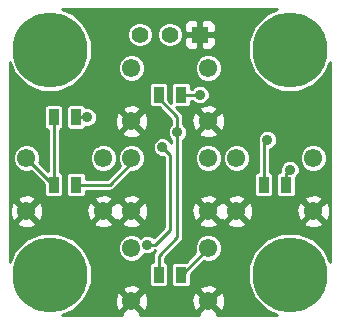
<source format=gbl>
G04 (created by PCBNEW (2013-05-31 BZR 4019)-stable) date 7/9/2014 9:45:12 PM*
%MOIN*%
G04 Gerber Fmt 3.4, Leading zero omitted, Abs format*
%FSLAX34Y34*%
G01*
G70*
G90*
G04 APERTURE LIST*
%ADD10C,0.00590551*%
%ADD11C,0.061*%
%ADD12R,0.035X0.055*%
%ADD13R,0.055X0.055*%
%ADD14C,0.055*%
%ADD15C,0.25*%
%ADD16C,0.035*%
%ADD17C,0.01*%
G04 APERTURE END LIST*
G54D10*
G54D11*
X62720Y-51386D03*
X62720Y-49614D03*
X65280Y-51386D03*
X65280Y-49614D03*
X59220Y-48386D03*
X59220Y-46614D03*
X61780Y-48386D03*
X61780Y-46614D03*
X59220Y-54386D03*
X59220Y-52614D03*
X61780Y-54386D03*
X61780Y-52614D03*
X55720Y-51386D03*
X55720Y-49614D03*
X58280Y-51386D03*
X58280Y-49614D03*
X59220Y-51386D03*
X59220Y-49614D03*
X61780Y-51386D03*
X61780Y-49614D03*
G54D12*
X56625Y-50500D03*
X57375Y-50500D03*
X60875Y-47500D03*
X60125Y-47500D03*
X57375Y-48250D03*
X56625Y-48250D03*
X60125Y-53500D03*
X60875Y-53500D03*
X63625Y-50500D03*
X64375Y-50500D03*
G54D13*
X61500Y-45500D03*
G54D14*
X60500Y-45500D03*
X59500Y-45500D03*
G54D15*
X64500Y-53500D03*
X56500Y-53500D03*
X64500Y-46000D03*
X56500Y-46000D03*
G54D16*
X61500Y-47500D03*
X64500Y-50000D03*
X63750Y-49000D03*
X57750Y-48250D03*
X60250Y-49250D03*
X59750Y-52500D03*
X60750Y-48750D03*
G54D17*
X60875Y-47500D02*
X61500Y-47500D01*
X64375Y-50500D02*
X64375Y-50125D01*
X64375Y-50125D02*
X64500Y-50000D01*
X63625Y-50500D02*
X63625Y-49125D01*
X63625Y-49125D02*
X63750Y-49000D01*
X56625Y-50500D02*
X56606Y-50500D01*
X56606Y-50500D02*
X55720Y-49614D01*
X56625Y-50500D02*
X56625Y-48250D01*
X60250Y-49250D02*
X60500Y-49500D01*
X60000Y-52500D02*
X59750Y-52500D01*
X60500Y-52000D02*
X60000Y-52500D01*
X60500Y-49500D02*
X60500Y-52000D01*
X57750Y-48250D02*
X57375Y-48250D01*
X60875Y-53500D02*
X60894Y-53500D01*
X60894Y-53500D02*
X61780Y-52614D01*
X60750Y-49250D02*
X60750Y-48750D01*
X60125Y-47500D02*
X60125Y-47625D01*
X60125Y-52875D02*
X60125Y-53500D01*
X60750Y-52250D02*
X60125Y-52875D01*
X60750Y-48250D02*
X60750Y-49250D01*
X60750Y-49250D02*
X60750Y-52250D01*
X60125Y-47625D02*
X60750Y-48250D01*
X57375Y-50500D02*
X58500Y-50500D01*
X59220Y-49780D02*
X59220Y-49614D01*
X58500Y-50500D02*
X59220Y-49780D01*
G54D10*
G36*
X65840Y-53078D02*
X65839Y-53076D01*
X65839Y-51468D01*
X65828Y-51248D01*
X65765Y-51095D01*
X65735Y-51086D01*
X65735Y-49523D01*
X65665Y-49356D01*
X65538Y-49228D01*
X65370Y-49159D01*
X65189Y-49158D01*
X65022Y-49228D01*
X64894Y-49355D01*
X64825Y-49523D01*
X64824Y-49704D01*
X64894Y-49871D01*
X65021Y-49999D01*
X65189Y-50068D01*
X65370Y-50069D01*
X65537Y-49999D01*
X65665Y-49872D01*
X65734Y-49704D01*
X65735Y-49523D01*
X65735Y-51086D01*
X65669Y-51067D01*
X65598Y-51137D01*
X65598Y-50996D01*
X65570Y-50900D01*
X65362Y-50826D01*
X65142Y-50837D01*
X64989Y-50900D01*
X64961Y-50996D01*
X65280Y-51315D01*
X65598Y-50996D01*
X65598Y-51137D01*
X65350Y-51386D01*
X65669Y-51704D01*
X65765Y-51676D01*
X65839Y-51468D01*
X65839Y-53076D01*
X65687Y-52707D01*
X65598Y-52619D01*
X65598Y-51775D01*
X65280Y-51456D01*
X65209Y-51527D01*
X65209Y-51386D01*
X64890Y-51067D01*
X64825Y-51086D01*
X64825Y-49935D01*
X64775Y-49816D01*
X64684Y-49724D01*
X64564Y-49675D01*
X64435Y-49674D01*
X64316Y-49724D01*
X64224Y-49815D01*
X64175Y-49935D01*
X64174Y-50064D01*
X64179Y-50074D01*
X64170Y-50074D01*
X64115Y-50097D01*
X64075Y-50137D01*
X64075Y-48935D01*
X64025Y-48816D01*
X63934Y-48724D01*
X63814Y-48675D01*
X63685Y-48674D01*
X63566Y-48724D01*
X63474Y-48815D01*
X63425Y-48935D01*
X63424Y-49064D01*
X63433Y-49084D01*
X63425Y-49125D01*
X63425Y-50074D01*
X63420Y-50074D01*
X63365Y-50097D01*
X63322Y-50139D01*
X63300Y-50195D01*
X63299Y-50254D01*
X63299Y-50804D01*
X63322Y-50859D01*
X63364Y-50902D01*
X63420Y-50924D01*
X63479Y-50925D01*
X63829Y-50925D01*
X63884Y-50902D01*
X63927Y-50860D01*
X63949Y-50804D01*
X63950Y-50745D01*
X63950Y-50195D01*
X63927Y-50140D01*
X63885Y-50097D01*
X63829Y-50075D01*
X63825Y-50075D01*
X63825Y-49320D01*
X63933Y-49275D01*
X64025Y-49184D01*
X64074Y-49064D01*
X64075Y-48935D01*
X64075Y-50137D01*
X64072Y-50139D01*
X64050Y-50195D01*
X64049Y-50254D01*
X64049Y-50804D01*
X64072Y-50859D01*
X64114Y-50902D01*
X64170Y-50924D01*
X64229Y-50925D01*
X64579Y-50925D01*
X64634Y-50902D01*
X64677Y-50860D01*
X64699Y-50804D01*
X64700Y-50745D01*
X64700Y-50259D01*
X64775Y-50184D01*
X64824Y-50064D01*
X64825Y-49935D01*
X64825Y-51086D01*
X64794Y-51095D01*
X64720Y-51303D01*
X64731Y-51523D01*
X64794Y-51676D01*
X64890Y-51704D01*
X65209Y-51386D01*
X65209Y-51527D01*
X64961Y-51775D01*
X64989Y-51871D01*
X65197Y-51945D01*
X65417Y-51934D01*
X65570Y-51871D01*
X65598Y-51775D01*
X65598Y-52619D01*
X65294Y-52313D01*
X64779Y-52100D01*
X64222Y-52099D01*
X63707Y-52312D01*
X63313Y-52705D01*
X63279Y-52787D01*
X63279Y-51468D01*
X63268Y-51248D01*
X63205Y-51095D01*
X63175Y-51086D01*
X63175Y-49523D01*
X63105Y-49356D01*
X62978Y-49228D01*
X62810Y-49159D01*
X62629Y-49158D01*
X62462Y-49228D01*
X62339Y-49350D01*
X62339Y-48468D01*
X62328Y-48248D01*
X62265Y-48095D01*
X62235Y-48086D01*
X62235Y-46523D01*
X62165Y-46356D01*
X62038Y-46228D01*
X62025Y-46223D01*
X62025Y-45725D01*
X62025Y-45274D01*
X62024Y-45175D01*
X61986Y-45083D01*
X61916Y-45012D01*
X61824Y-44974D01*
X61612Y-44975D01*
X61550Y-45037D01*
X61550Y-45450D01*
X61962Y-45450D01*
X62025Y-45387D01*
X62025Y-45274D01*
X62025Y-45725D01*
X62025Y-45612D01*
X61962Y-45550D01*
X61550Y-45550D01*
X61550Y-45962D01*
X61612Y-46025D01*
X61824Y-46025D01*
X61916Y-45987D01*
X61986Y-45916D01*
X62024Y-45824D01*
X62025Y-45725D01*
X62025Y-46223D01*
X61870Y-46159D01*
X61689Y-46158D01*
X61522Y-46228D01*
X61450Y-46300D01*
X61450Y-45962D01*
X61450Y-45550D01*
X61450Y-45450D01*
X61450Y-45037D01*
X61387Y-44975D01*
X61175Y-44974D01*
X61083Y-45012D01*
X61013Y-45083D01*
X60975Y-45175D01*
X60974Y-45274D01*
X60975Y-45387D01*
X61037Y-45450D01*
X61450Y-45450D01*
X61450Y-45550D01*
X61037Y-45550D01*
X60975Y-45612D01*
X60974Y-45725D01*
X60975Y-45824D01*
X61013Y-45916D01*
X61083Y-45987D01*
X61175Y-46025D01*
X61387Y-46025D01*
X61450Y-45962D01*
X61450Y-46300D01*
X61394Y-46355D01*
X61325Y-46523D01*
X61324Y-46704D01*
X61394Y-46871D01*
X61521Y-46999D01*
X61689Y-47068D01*
X61870Y-47069D01*
X62037Y-46999D01*
X62165Y-46872D01*
X62234Y-46704D01*
X62235Y-46523D01*
X62235Y-48086D01*
X62169Y-48067D01*
X62098Y-48137D01*
X62098Y-47996D01*
X62070Y-47900D01*
X61862Y-47826D01*
X61825Y-47828D01*
X61825Y-47435D01*
X61775Y-47316D01*
X61684Y-47224D01*
X61564Y-47175D01*
X61435Y-47174D01*
X61316Y-47224D01*
X61240Y-47300D01*
X61200Y-47300D01*
X61200Y-47195D01*
X61177Y-47140D01*
X61135Y-47097D01*
X61079Y-47075D01*
X61020Y-47074D01*
X60925Y-47074D01*
X60925Y-45415D01*
X60860Y-45259D01*
X60741Y-45139D01*
X60584Y-45075D01*
X60415Y-45074D01*
X60259Y-45139D01*
X60139Y-45258D01*
X60075Y-45415D01*
X60074Y-45584D01*
X60139Y-45740D01*
X60258Y-45860D01*
X60415Y-45924D01*
X60584Y-45925D01*
X60740Y-45860D01*
X60860Y-45741D01*
X60924Y-45584D01*
X60925Y-45415D01*
X60925Y-47074D01*
X60670Y-47074D01*
X60615Y-47097D01*
X60572Y-47139D01*
X60550Y-47195D01*
X60549Y-47254D01*
X60549Y-47767D01*
X60450Y-47667D01*
X60450Y-47195D01*
X60427Y-47140D01*
X60385Y-47097D01*
X60329Y-47075D01*
X60270Y-47074D01*
X59925Y-47074D01*
X59925Y-45415D01*
X59860Y-45259D01*
X59741Y-45139D01*
X59584Y-45075D01*
X59415Y-45074D01*
X59259Y-45139D01*
X59139Y-45258D01*
X59075Y-45415D01*
X59074Y-45584D01*
X59139Y-45740D01*
X59258Y-45860D01*
X59415Y-45924D01*
X59584Y-45925D01*
X59740Y-45860D01*
X59860Y-45741D01*
X59924Y-45584D01*
X59925Y-45415D01*
X59925Y-47074D01*
X59920Y-47074D01*
X59865Y-47097D01*
X59822Y-47139D01*
X59800Y-47195D01*
X59799Y-47254D01*
X59799Y-47804D01*
X59822Y-47859D01*
X59864Y-47902D01*
X59920Y-47924D01*
X59979Y-47925D01*
X60142Y-47925D01*
X60550Y-48332D01*
X60550Y-48490D01*
X60474Y-48565D01*
X60425Y-48685D01*
X60424Y-48814D01*
X60474Y-48933D01*
X60550Y-49009D01*
X60550Y-49124D01*
X60525Y-49066D01*
X60434Y-48974D01*
X60314Y-48925D01*
X60185Y-48924D01*
X60066Y-48974D01*
X59974Y-49065D01*
X59925Y-49185D01*
X59924Y-49314D01*
X59974Y-49433D01*
X60065Y-49525D01*
X60185Y-49574D01*
X60292Y-49575D01*
X60300Y-49582D01*
X60300Y-51917D01*
X59963Y-52253D01*
X59934Y-52224D01*
X59814Y-52175D01*
X59779Y-52175D01*
X59779Y-51468D01*
X59779Y-48468D01*
X59768Y-48248D01*
X59705Y-48095D01*
X59675Y-48086D01*
X59675Y-46523D01*
X59605Y-46356D01*
X59478Y-46228D01*
X59310Y-46159D01*
X59129Y-46158D01*
X58962Y-46228D01*
X58834Y-46355D01*
X58765Y-46523D01*
X58764Y-46704D01*
X58834Y-46871D01*
X58961Y-46999D01*
X59129Y-47068D01*
X59310Y-47069D01*
X59477Y-46999D01*
X59605Y-46872D01*
X59674Y-46704D01*
X59675Y-46523D01*
X59675Y-48086D01*
X59609Y-48067D01*
X59538Y-48137D01*
X59538Y-47996D01*
X59510Y-47900D01*
X59302Y-47826D01*
X59082Y-47837D01*
X58929Y-47900D01*
X58901Y-47996D01*
X59220Y-48315D01*
X59538Y-47996D01*
X59538Y-48137D01*
X59290Y-48386D01*
X59609Y-48704D01*
X59705Y-48676D01*
X59779Y-48468D01*
X59779Y-51468D01*
X59768Y-51248D01*
X59705Y-51095D01*
X59675Y-51086D01*
X59675Y-49523D01*
X59605Y-49356D01*
X59538Y-49289D01*
X59538Y-48775D01*
X59220Y-48456D01*
X59149Y-48527D01*
X59149Y-48386D01*
X58830Y-48067D01*
X58734Y-48095D01*
X58660Y-48303D01*
X58671Y-48523D01*
X58734Y-48676D01*
X58830Y-48704D01*
X59149Y-48386D01*
X59149Y-48527D01*
X58901Y-48775D01*
X58929Y-48871D01*
X59137Y-48945D01*
X59357Y-48934D01*
X59510Y-48871D01*
X59538Y-48775D01*
X59538Y-49289D01*
X59478Y-49228D01*
X59310Y-49159D01*
X59129Y-49158D01*
X58962Y-49228D01*
X58834Y-49355D01*
X58765Y-49523D01*
X58764Y-49704D01*
X58834Y-49871D01*
X58839Y-49877D01*
X58735Y-49982D01*
X58735Y-49523D01*
X58665Y-49356D01*
X58538Y-49228D01*
X58370Y-49159D01*
X58189Y-49158D01*
X58075Y-49206D01*
X58075Y-48185D01*
X58025Y-48066D01*
X57934Y-47974D01*
X57814Y-47925D01*
X57691Y-47924D01*
X57677Y-47890D01*
X57635Y-47847D01*
X57579Y-47825D01*
X57520Y-47824D01*
X57170Y-47824D01*
X57115Y-47847D01*
X57072Y-47889D01*
X57050Y-47945D01*
X57049Y-48004D01*
X57049Y-48554D01*
X57072Y-48609D01*
X57114Y-48652D01*
X57170Y-48674D01*
X57229Y-48675D01*
X57579Y-48675D01*
X57634Y-48652D01*
X57677Y-48610D01*
X57691Y-48574D01*
X57814Y-48575D01*
X57933Y-48525D01*
X58025Y-48434D01*
X58074Y-48314D01*
X58075Y-48185D01*
X58075Y-49206D01*
X58022Y-49228D01*
X57894Y-49355D01*
X57825Y-49523D01*
X57824Y-49704D01*
X57894Y-49871D01*
X58021Y-49999D01*
X58189Y-50068D01*
X58370Y-50069D01*
X58537Y-49999D01*
X58665Y-49872D01*
X58734Y-49704D01*
X58735Y-49523D01*
X58735Y-49982D01*
X58417Y-50300D01*
X57700Y-50300D01*
X57700Y-50195D01*
X57677Y-50140D01*
X57635Y-50097D01*
X57579Y-50075D01*
X57520Y-50074D01*
X57170Y-50074D01*
X57115Y-50097D01*
X57072Y-50139D01*
X57050Y-50195D01*
X57049Y-50254D01*
X57049Y-50804D01*
X57072Y-50859D01*
X57114Y-50902D01*
X57170Y-50924D01*
X57229Y-50925D01*
X57579Y-50925D01*
X57634Y-50902D01*
X57677Y-50860D01*
X57699Y-50804D01*
X57700Y-50745D01*
X57700Y-50700D01*
X58500Y-50700D01*
X58576Y-50684D01*
X58641Y-50641D01*
X59213Y-50068D01*
X59310Y-50069D01*
X59477Y-49999D01*
X59605Y-49872D01*
X59674Y-49704D01*
X59675Y-49523D01*
X59675Y-51086D01*
X59609Y-51067D01*
X59538Y-51137D01*
X59538Y-50996D01*
X59510Y-50900D01*
X59302Y-50826D01*
X59082Y-50837D01*
X58929Y-50900D01*
X58901Y-50996D01*
X59220Y-51315D01*
X59538Y-50996D01*
X59538Y-51137D01*
X59290Y-51386D01*
X59609Y-51704D01*
X59705Y-51676D01*
X59779Y-51468D01*
X59779Y-52175D01*
X59685Y-52174D01*
X59566Y-52224D01*
X59538Y-52251D01*
X59538Y-51775D01*
X59220Y-51456D01*
X59149Y-51527D01*
X59149Y-51386D01*
X58830Y-51067D01*
X58750Y-51090D01*
X58669Y-51067D01*
X58598Y-51137D01*
X58598Y-50996D01*
X58570Y-50900D01*
X58362Y-50826D01*
X58142Y-50837D01*
X57989Y-50900D01*
X57961Y-50996D01*
X58280Y-51315D01*
X58598Y-50996D01*
X58598Y-51137D01*
X58350Y-51386D01*
X58669Y-51704D01*
X58750Y-51681D01*
X58830Y-51704D01*
X59149Y-51386D01*
X59149Y-51527D01*
X58901Y-51775D01*
X58929Y-51871D01*
X59137Y-51945D01*
X59357Y-51934D01*
X59510Y-51871D01*
X59538Y-51775D01*
X59538Y-52251D01*
X59519Y-52270D01*
X59478Y-52228D01*
X59310Y-52159D01*
X59129Y-52158D01*
X58962Y-52228D01*
X58834Y-52355D01*
X58765Y-52523D01*
X58764Y-52704D01*
X58834Y-52871D01*
X58961Y-52999D01*
X59129Y-53068D01*
X59310Y-53069D01*
X59477Y-52999D01*
X59605Y-52872D01*
X59633Y-52803D01*
X59685Y-52824D01*
X59814Y-52825D01*
X59933Y-52775D01*
X60012Y-52697D01*
X60021Y-52695D01*
X59983Y-52733D01*
X59940Y-52798D01*
X59925Y-52875D01*
X59925Y-53074D01*
X59920Y-53074D01*
X59865Y-53097D01*
X59822Y-53139D01*
X59800Y-53195D01*
X59799Y-53254D01*
X59799Y-53804D01*
X59822Y-53859D01*
X59864Y-53902D01*
X59920Y-53924D01*
X59979Y-53925D01*
X60329Y-53925D01*
X60384Y-53902D01*
X60427Y-53860D01*
X60449Y-53804D01*
X60450Y-53745D01*
X60450Y-53195D01*
X60427Y-53140D01*
X60385Y-53097D01*
X60329Y-53075D01*
X60325Y-53075D01*
X60325Y-52957D01*
X60891Y-52391D01*
X60934Y-52326D01*
X60950Y-52250D01*
X60950Y-49250D01*
X60950Y-49009D01*
X61025Y-48934D01*
X61074Y-48814D01*
X61075Y-48685D01*
X61025Y-48566D01*
X60950Y-48490D01*
X60950Y-48250D01*
X60934Y-48173D01*
X60891Y-48108D01*
X60707Y-47925D01*
X60729Y-47925D01*
X61079Y-47925D01*
X61134Y-47902D01*
X61177Y-47860D01*
X61199Y-47804D01*
X61200Y-47745D01*
X61200Y-47700D01*
X61240Y-47700D01*
X61315Y-47775D01*
X61435Y-47824D01*
X61564Y-47825D01*
X61683Y-47775D01*
X61775Y-47684D01*
X61824Y-47564D01*
X61825Y-47435D01*
X61825Y-47828D01*
X61642Y-47837D01*
X61489Y-47900D01*
X61461Y-47996D01*
X61780Y-48315D01*
X62098Y-47996D01*
X62098Y-48137D01*
X61850Y-48386D01*
X62169Y-48704D01*
X62265Y-48676D01*
X62339Y-48468D01*
X62339Y-49350D01*
X62334Y-49355D01*
X62265Y-49523D01*
X62264Y-49704D01*
X62334Y-49871D01*
X62461Y-49999D01*
X62629Y-50068D01*
X62810Y-50069D01*
X62977Y-49999D01*
X63105Y-49872D01*
X63174Y-49704D01*
X63175Y-49523D01*
X63175Y-51086D01*
X63109Y-51067D01*
X63038Y-51137D01*
X63038Y-50996D01*
X63010Y-50900D01*
X62802Y-50826D01*
X62582Y-50837D01*
X62429Y-50900D01*
X62401Y-50996D01*
X62720Y-51315D01*
X63038Y-50996D01*
X63038Y-51137D01*
X62790Y-51386D01*
X63109Y-51704D01*
X63205Y-51676D01*
X63279Y-51468D01*
X63279Y-52787D01*
X63100Y-53220D01*
X63099Y-53777D01*
X63312Y-54292D01*
X63705Y-54686D01*
X64077Y-54840D01*
X63038Y-54840D01*
X63038Y-51775D01*
X62720Y-51456D01*
X62649Y-51527D01*
X62649Y-51386D01*
X62330Y-51067D01*
X62250Y-51090D01*
X62235Y-51086D01*
X62235Y-49523D01*
X62165Y-49356D01*
X62098Y-49289D01*
X62098Y-48775D01*
X61780Y-48456D01*
X61709Y-48527D01*
X61709Y-48386D01*
X61390Y-48067D01*
X61294Y-48095D01*
X61220Y-48303D01*
X61231Y-48523D01*
X61294Y-48676D01*
X61390Y-48704D01*
X61709Y-48386D01*
X61709Y-48527D01*
X61461Y-48775D01*
X61489Y-48871D01*
X61697Y-48945D01*
X61917Y-48934D01*
X62070Y-48871D01*
X62098Y-48775D01*
X62098Y-49289D01*
X62038Y-49228D01*
X61870Y-49159D01*
X61689Y-49158D01*
X61522Y-49228D01*
X61394Y-49355D01*
X61325Y-49523D01*
X61324Y-49704D01*
X61394Y-49871D01*
X61521Y-49999D01*
X61689Y-50068D01*
X61870Y-50069D01*
X62037Y-49999D01*
X62165Y-49872D01*
X62234Y-49704D01*
X62235Y-49523D01*
X62235Y-51086D01*
X62169Y-51067D01*
X62098Y-51137D01*
X62098Y-50996D01*
X62070Y-50900D01*
X61862Y-50826D01*
X61642Y-50837D01*
X61489Y-50900D01*
X61461Y-50996D01*
X61780Y-51315D01*
X62098Y-50996D01*
X62098Y-51137D01*
X61850Y-51386D01*
X62169Y-51704D01*
X62250Y-51681D01*
X62330Y-51704D01*
X62649Y-51386D01*
X62649Y-51527D01*
X62401Y-51775D01*
X62429Y-51871D01*
X62637Y-51945D01*
X62857Y-51934D01*
X63010Y-51871D01*
X63038Y-51775D01*
X63038Y-54840D01*
X62339Y-54840D01*
X62339Y-54468D01*
X62328Y-54248D01*
X62265Y-54095D01*
X62235Y-54086D01*
X62235Y-52523D01*
X62165Y-52356D01*
X62098Y-52289D01*
X62098Y-51775D01*
X61780Y-51456D01*
X61709Y-51527D01*
X61709Y-51386D01*
X61390Y-51067D01*
X61294Y-51095D01*
X61220Y-51303D01*
X61231Y-51523D01*
X61294Y-51676D01*
X61390Y-51704D01*
X61709Y-51386D01*
X61709Y-51527D01*
X61461Y-51775D01*
X61489Y-51871D01*
X61697Y-51945D01*
X61917Y-51934D01*
X62070Y-51871D01*
X62098Y-51775D01*
X62098Y-52289D01*
X62038Y-52228D01*
X61870Y-52159D01*
X61689Y-52158D01*
X61522Y-52228D01*
X61394Y-52355D01*
X61325Y-52523D01*
X61324Y-52704D01*
X61348Y-52762D01*
X61036Y-53074D01*
X61020Y-53074D01*
X60670Y-53074D01*
X60615Y-53097D01*
X60572Y-53139D01*
X60550Y-53195D01*
X60549Y-53254D01*
X60549Y-53804D01*
X60572Y-53859D01*
X60614Y-53902D01*
X60670Y-53924D01*
X60729Y-53925D01*
X61079Y-53925D01*
X61134Y-53902D01*
X61177Y-53860D01*
X61199Y-53804D01*
X61200Y-53745D01*
X61200Y-53476D01*
X61631Y-53045D01*
X61689Y-53068D01*
X61870Y-53069D01*
X62037Y-52999D01*
X62165Y-52872D01*
X62234Y-52704D01*
X62235Y-52523D01*
X62235Y-54086D01*
X62169Y-54067D01*
X62098Y-54137D01*
X62098Y-53996D01*
X62070Y-53900D01*
X61862Y-53826D01*
X61642Y-53837D01*
X61489Y-53900D01*
X61461Y-53996D01*
X61780Y-54315D01*
X62098Y-53996D01*
X62098Y-54137D01*
X61850Y-54386D01*
X62169Y-54704D01*
X62265Y-54676D01*
X62339Y-54468D01*
X62339Y-54840D01*
X62079Y-54840D01*
X62098Y-54775D01*
X61780Y-54456D01*
X61709Y-54527D01*
X61709Y-54386D01*
X61390Y-54067D01*
X61294Y-54095D01*
X61220Y-54303D01*
X61231Y-54523D01*
X61294Y-54676D01*
X61390Y-54704D01*
X61709Y-54386D01*
X61709Y-54527D01*
X61461Y-54775D01*
X61480Y-54840D01*
X59779Y-54840D01*
X59779Y-54468D01*
X59768Y-54248D01*
X59705Y-54095D01*
X59609Y-54067D01*
X59538Y-54137D01*
X59538Y-53996D01*
X59510Y-53900D01*
X59302Y-53826D01*
X59082Y-53837D01*
X58929Y-53900D01*
X58901Y-53996D01*
X59220Y-54315D01*
X59538Y-53996D01*
X59538Y-54137D01*
X59290Y-54386D01*
X59609Y-54704D01*
X59705Y-54676D01*
X59779Y-54468D01*
X59779Y-54840D01*
X59519Y-54840D01*
X59538Y-54775D01*
X59220Y-54456D01*
X59149Y-54527D01*
X59149Y-54386D01*
X58830Y-54067D01*
X58734Y-54095D01*
X58660Y-54303D01*
X58671Y-54523D01*
X58734Y-54676D01*
X58830Y-54704D01*
X59149Y-54386D01*
X59149Y-54527D01*
X58901Y-54775D01*
X58920Y-54840D01*
X58598Y-54840D01*
X58598Y-51775D01*
X58280Y-51456D01*
X58209Y-51527D01*
X58209Y-51386D01*
X57890Y-51067D01*
X57794Y-51095D01*
X57720Y-51303D01*
X57731Y-51523D01*
X57794Y-51676D01*
X57890Y-51704D01*
X58209Y-51386D01*
X58209Y-51527D01*
X57961Y-51775D01*
X57989Y-51871D01*
X58197Y-51945D01*
X58417Y-51934D01*
X58570Y-51871D01*
X58598Y-51775D01*
X58598Y-54840D01*
X56921Y-54840D01*
X57292Y-54687D01*
X57686Y-54294D01*
X57899Y-53779D01*
X57900Y-53222D01*
X57687Y-52707D01*
X57294Y-52313D01*
X56950Y-52170D01*
X56950Y-50745D01*
X56950Y-50195D01*
X56927Y-50140D01*
X56885Y-50097D01*
X56829Y-50075D01*
X56825Y-50075D01*
X56825Y-48675D01*
X56829Y-48675D01*
X56884Y-48652D01*
X56927Y-48610D01*
X56949Y-48554D01*
X56950Y-48495D01*
X56950Y-47945D01*
X56927Y-47890D01*
X56885Y-47847D01*
X56829Y-47825D01*
X56770Y-47824D01*
X56420Y-47824D01*
X56365Y-47847D01*
X56322Y-47889D01*
X56300Y-47945D01*
X56299Y-48004D01*
X56299Y-48554D01*
X56322Y-48609D01*
X56364Y-48652D01*
X56420Y-48674D01*
X56425Y-48674D01*
X56425Y-50036D01*
X56151Y-49762D01*
X56174Y-49704D01*
X56175Y-49523D01*
X56105Y-49356D01*
X55978Y-49228D01*
X55810Y-49159D01*
X55629Y-49158D01*
X55462Y-49228D01*
X55334Y-49355D01*
X55265Y-49523D01*
X55264Y-49704D01*
X55334Y-49871D01*
X55461Y-49999D01*
X55629Y-50068D01*
X55810Y-50069D01*
X55868Y-50045D01*
X56299Y-50476D01*
X56299Y-50804D01*
X56322Y-50859D01*
X56364Y-50902D01*
X56420Y-50924D01*
X56479Y-50925D01*
X56829Y-50925D01*
X56884Y-50902D01*
X56927Y-50860D01*
X56949Y-50804D01*
X56950Y-50745D01*
X56950Y-52170D01*
X56779Y-52100D01*
X56279Y-52099D01*
X56279Y-51468D01*
X56268Y-51248D01*
X56205Y-51095D01*
X56109Y-51067D01*
X56038Y-51137D01*
X56038Y-50996D01*
X56010Y-50900D01*
X55802Y-50826D01*
X55582Y-50837D01*
X55429Y-50900D01*
X55401Y-50996D01*
X55720Y-51315D01*
X56038Y-50996D01*
X56038Y-51137D01*
X55790Y-51386D01*
X56109Y-51704D01*
X56205Y-51676D01*
X56279Y-51468D01*
X56279Y-52099D01*
X56222Y-52099D01*
X56038Y-52175D01*
X56038Y-51775D01*
X55720Y-51456D01*
X55649Y-51527D01*
X55649Y-51386D01*
X55330Y-51067D01*
X55234Y-51095D01*
X55160Y-51303D01*
X55171Y-51523D01*
X55234Y-51676D01*
X55330Y-51704D01*
X55649Y-51386D01*
X55649Y-51527D01*
X55401Y-51775D01*
X55429Y-51871D01*
X55637Y-51945D01*
X55857Y-51934D01*
X56010Y-51871D01*
X56038Y-51775D01*
X56038Y-52175D01*
X55707Y-52312D01*
X55313Y-52705D01*
X55159Y-53077D01*
X55159Y-46421D01*
X55312Y-46792D01*
X55705Y-47186D01*
X56220Y-47399D01*
X56777Y-47400D01*
X57292Y-47187D01*
X57686Y-46794D01*
X57899Y-46279D01*
X57900Y-45722D01*
X57687Y-45207D01*
X57294Y-44813D01*
X56922Y-44659D01*
X64078Y-44659D01*
X63707Y-44812D01*
X63313Y-45205D01*
X63100Y-45720D01*
X63099Y-46277D01*
X63312Y-46792D01*
X63705Y-47186D01*
X64220Y-47399D01*
X64777Y-47400D01*
X65292Y-47187D01*
X65686Y-46794D01*
X65840Y-46422D01*
X65840Y-53078D01*
X65840Y-53078D01*
G37*
G54D17*
X65840Y-53078D02*
X65839Y-53076D01*
X65839Y-51468D01*
X65828Y-51248D01*
X65765Y-51095D01*
X65735Y-51086D01*
X65735Y-49523D01*
X65665Y-49356D01*
X65538Y-49228D01*
X65370Y-49159D01*
X65189Y-49158D01*
X65022Y-49228D01*
X64894Y-49355D01*
X64825Y-49523D01*
X64824Y-49704D01*
X64894Y-49871D01*
X65021Y-49999D01*
X65189Y-50068D01*
X65370Y-50069D01*
X65537Y-49999D01*
X65665Y-49872D01*
X65734Y-49704D01*
X65735Y-49523D01*
X65735Y-51086D01*
X65669Y-51067D01*
X65598Y-51137D01*
X65598Y-50996D01*
X65570Y-50900D01*
X65362Y-50826D01*
X65142Y-50837D01*
X64989Y-50900D01*
X64961Y-50996D01*
X65280Y-51315D01*
X65598Y-50996D01*
X65598Y-51137D01*
X65350Y-51386D01*
X65669Y-51704D01*
X65765Y-51676D01*
X65839Y-51468D01*
X65839Y-53076D01*
X65687Y-52707D01*
X65598Y-52619D01*
X65598Y-51775D01*
X65280Y-51456D01*
X65209Y-51527D01*
X65209Y-51386D01*
X64890Y-51067D01*
X64825Y-51086D01*
X64825Y-49935D01*
X64775Y-49816D01*
X64684Y-49724D01*
X64564Y-49675D01*
X64435Y-49674D01*
X64316Y-49724D01*
X64224Y-49815D01*
X64175Y-49935D01*
X64174Y-50064D01*
X64179Y-50074D01*
X64170Y-50074D01*
X64115Y-50097D01*
X64075Y-50137D01*
X64075Y-48935D01*
X64025Y-48816D01*
X63934Y-48724D01*
X63814Y-48675D01*
X63685Y-48674D01*
X63566Y-48724D01*
X63474Y-48815D01*
X63425Y-48935D01*
X63424Y-49064D01*
X63433Y-49084D01*
X63425Y-49125D01*
X63425Y-50074D01*
X63420Y-50074D01*
X63365Y-50097D01*
X63322Y-50139D01*
X63300Y-50195D01*
X63299Y-50254D01*
X63299Y-50804D01*
X63322Y-50859D01*
X63364Y-50902D01*
X63420Y-50924D01*
X63479Y-50925D01*
X63829Y-50925D01*
X63884Y-50902D01*
X63927Y-50860D01*
X63949Y-50804D01*
X63950Y-50745D01*
X63950Y-50195D01*
X63927Y-50140D01*
X63885Y-50097D01*
X63829Y-50075D01*
X63825Y-50075D01*
X63825Y-49320D01*
X63933Y-49275D01*
X64025Y-49184D01*
X64074Y-49064D01*
X64075Y-48935D01*
X64075Y-50137D01*
X64072Y-50139D01*
X64050Y-50195D01*
X64049Y-50254D01*
X64049Y-50804D01*
X64072Y-50859D01*
X64114Y-50902D01*
X64170Y-50924D01*
X64229Y-50925D01*
X64579Y-50925D01*
X64634Y-50902D01*
X64677Y-50860D01*
X64699Y-50804D01*
X64700Y-50745D01*
X64700Y-50259D01*
X64775Y-50184D01*
X64824Y-50064D01*
X64825Y-49935D01*
X64825Y-51086D01*
X64794Y-51095D01*
X64720Y-51303D01*
X64731Y-51523D01*
X64794Y-51676D01*
X64890Y-51704D01*
X65209Y-51386D01*
X65209Y-51527D01*
X64961Y-51775D01*
X64989Y-51871D01*
X65197Y-51945D01*
X65417Y-51934D01*
X65570Y-51871D01*
X65598Y-51775D01*
X65598Y-52619D01*
X65294Y-52313D01*
X64779Y-52100D01*
X64222Y-52099D01*
X63707Y-52312D01*
X63313Y-52705D01*
X63279Y-52787D01*
X63279Y-51468D01*
X63268Y-51248D01*
X63205Y-51095D01*
X63175Y-51086D01*
X63175Y-49523D01*
X63105Y-49356D01*
X62978Y-49228D01*
X62810Y-49159D01*
X62629Y-49158D01*
X62462Y-49228D01*
X62339Y-49350D01*
X62339Y-48468D01*
X62328Y-48248D01*
X62265Y-48095D01*
X62235Y-48086D01*
X62235Y-46523D01*
X62165Y-46356D01*
X62038Y-46228D01*
X62025Y-46223D01*
X62025Y-45725D01*
X62025Y-45274D01*
X62024Y-45175D01*
X61986Y-45083D01*
X61916Y-45012D01*
X61824Y-44974D01*
X61612Y-44975D01*
X61550Y-45037D01*
X61550Y-45450D01*
X61962Y-45450D01*
X62025Y-45387D01*
X62025Y-45274D01*
X62025Y-45725D01*
X62025Y-45612D01*
X61962Y-45550D01*
X61550Y-45550D01*
X61550Y-45962D01*
X61612Y-46025D01*
X61824Y-46025D01*
X61916Y-45987D01*
X61986Y-45916D01*
X62024Y-45824D01*
X62025Y-45725D01*
X62025Y-46223D01*
X61870Y-46159D01*
X61689Y-46158D01*
X61522Y-46228D01*
X61450Y-46300D01*
X61450Y-45962D01*
X61450Y-45550D01*
X61450Y-45450D01*
X61450Y-45037D01*
X61387Y-44975D01*
X61175Y-44974D01*
X61083Y-45012D01*
X61013Y-45083D01*
X60975Y-45175D01*
X60974Y-45274D01*
X60975Y-45387D01*
X61037Y-45450D01*
X61450Y-45450D01*
X61450Y-45550D01*
X61037Y-45550D01*
X60975Y-45612D01*
X60974Y-45725D01*
X60975Y-45824D01*
X61013Y-45916D01*
X61083Y-45987D01*
X61175Y-46025D01*
X61387Y-46025D01*
X61450Y-45962D01*
X61450Y-46300D01*
X61394Y-46355D01*
X61325Y-46523D01*
X61324Y-46704D01*
X61394Y-46871D01*
X61521Y-46999D01*
X61689Y-47068D01*
X61870Y-47069D01*
X62037Y-46999D01*
X62165Y-46872D01*
X62234Y-46704D01*
X62235Y-46523D01*
X62235Y-48086D01*
X62169Y-48067D01*
X62098Y-48137D01*
X62098Y-47996D01*
X62070Y-47900D01*
X61862Y-47826D01*
X61825Y-47828D01*
X61825Y-47435D01*
X61775Y-47316D01*
X61684Y-47224D01*
X61564Y-47175D01*
X61435Y-47174D01*
X61316Y-47224D01*
X61240Y-47300D01*
X61200Y-47300D01*
X61200Y-47195D01*
X61177Y-47140D01*
X61135Y-47097D01*
X61079Y-47075D01*
X61020Y-47074D01*
X60925Y-47074D01*
X60925Y-45415D01*
X60860Y-45259D01*
X60741Y-45139D01*
X60584Y-45075D01*
X60415Y-45074D01*
X60259Y-45139D01*
X60139Y-45258D01*
X60075Y-45415D01*
X60074Y-45584D01*
X60139Y-45740D01*
X60258Y-45860D01*
X60415Y-45924D01*
X60584Y-45925D01*
X60740Y-45860D01*
X60860Y-45741D01*
X60924Y-45584D01*
X60925Y-45415D01*
X60925Y-47074D01*
X60670Y-47074D01*
X60615Y-47097D01*
X60572Y-47139D01*
X60550Y-47195D01*
X60549Y-47254D01*
X60549Y-47767D01*
X60450Y-47667D01*
X60450Y-47195D01*
X60427Y-47140D01*
X60385Y-47097D01*
X60329Y-47075D01*
X60270Y-47074D01*
X59925Y-47074D01*
X59925Y-45415D01*
X59860Y-45259D01*
X59741Y-45139D01*
X59584Y-45075D01*
X59415Y-45074D01*
X59259Y-45139D01*
X59139Y-45258D01*
X59075Y-45415D01*
X59074Y-45584D01*
X59139Y-45740D01*
X59258Y-45860D01*
X59415Y-45924D01*
X59584Y-45925D01*
X59740Y-45860D01*
X59860Y-45741D01*
X59924Y-45584D01*
X59925Y-45415D01*
X59925Y-47074D01*
X59920Y-47074D01*
X59865Y-47097D01*
X59822Y-47139D01*
X59800Y-47195D01*
X59799Y-47254D01*
X59799Y-47804D01*
X59822Y-47859D01*
X59864Y-47902D01*
X59920Y-47924D01*
X59979Y-47925D01*
X60142Y-47925D01*
X60550Y-48332D01*
X60550Y-48490D01*
X60474Y-48565D01*
X60425Y-48685D01*
X60424Y-48814D01*
X60474Y-48933D01*
X60550Y-49009D01*
X60550Y-49124D01*
X60525Y-49066D01*
X60434Y-48974D01*
X60314Y-48925D01*
X60185Y-48924D01*
X60066Y-48974D01*
X59974Y-49065D01*
X59925Y-49185D01*
X59924Y-49314D01*
X59974Y-49433D01*
X60065Y-49525D01*
X60185Y-49574D01*
X60292Y-49575D01*
X60300Y-49582D01*
X60300Y-51917D01*
X59963Y-52253D01*
X59934Y-52224D01*
X59814Y-52175D01*
X59779Y-52175D01*
X59779Y-51468D01*
X59779Y-48468D01*
X59768Y-48248D01*
X59705Y-48095D01*
X59675Y-48086D01*
X59675Y-46523D01*
X59605Y-46356D01*
X59478Y-46228D01*
X59310Y-46159D01*
X59129Y-46158D01*
X58962Y-46228D01*
X58834Y-46355D01*
X58765Y-46523D01*
X58764Y-46704D01*
X58834Y-46871D01*
X58961Y-46999D01*
X59129Y-47068D01*
X59310Y-47069D01*
X59477Y-46999D01*
X59605Y-46872D01*
X59674Y-46704D01*
X59675Y-46523D01*
X59675Y-48086D01*
X59609Y-48067D01*
X59538Y-48137D01*
X59538Y-47996D01*
X59510Y-47900D01*
X59302Y-47826D01*
X59082Y-47837D01*
X58929Y-47900D01*
X58901Y-47996D01*
X59220Y-48315D01*
X59538Y-47996D01*
X59538Y-48137D01*
X59290Y-48386D01*
X59609Y-48704D01*
X59705Y-48676D01*
X59779Y-48468D01*
X59779Y-51468D01*
X59768Y-51248D01*
X59705Y-51095D01*
X59675Y-51086D01*
X59675Y-49523D01*
X59605Y-49356D01*
X59538Y-49289D01*
X59538Y-48775D01*
X59220Y-48456D01*
X59149Y-48527D01*
X59149Y-48386D01*
X58830Y-48067D01*
X58734Y-48095D01*
X58660Y-48303D01*
X58671Y-48523D01*
X58734Y-48676D01*
X58830Y-48704D01*
X59149Y-48386D01*
X59149Y-48527D01*
X58901Y-48775D01*
X58929Y-48871D01*
X59137Y-48945D01*
X59357Y-48934D01*
X59510Y-48871D01*
X59538Y-48775D01*
X59538Y-49289D01*
X59478Y-49228D01*
X59310Y-49159D01*
X59129Y-49158D01*
X58962Y-49228D01*
X58834Y-49355D01*
X58765Y-49523D01*
X58764Y-49704D01*
X58834Y-49871D01*
X58839Y-49877D01*
X58735Y-49982D01*
X58735Y-49523D01*
X58665Y-49356D01*
X58538Y-49228D01*
X58370Y-49159D01*
X58189Y-49158D01*
X58075Y-49206D01*
X58075Y-48185D01*
X58025Y-48066D01*
X57934Y-47974D01*
X57814Y-47925D01*
X57691Y-47924D01*
X57677Y-47890D01*
X57635Y-47847D01*
X57579Y-47825D01*
X57520Y-47824D01*
X57170Y-47824D01*
X57115Y-47847D01*
X57072Y-47889D01*
X57050Y-47945D01*
X57049Y-48004D01*
X57049Y-48554D01*
X57072Y-48609D01*
X57114Y-48652D01*
X57170Y-48674D01*
X57229Y-48675D01*
X57579Y-48675D01*
X57634Y-48652D01*
X57677Y-48610D01*
X57691Y-48574D01*
X57814Y-48575D01*
X57933Y-48525D01*
X58025Y-48434D01*
X58074Y-48314D01*
X58075Y-48185D01*
X58075Y-49206D01*
X58022Y-49228D01*
X57894Y-49355D01*
X57825Y-49523D01*
X57824Y-49704D01*
X57894Y-49871D01*
X58021Y-49999D01*
X58189Y-50068D01*
X58370Y-50069D01*
X58537Y-49999D01*
X58665Y-49872D01*
X58734Y-49704D01*
X58735Y-49523D01*
X58735Y-49982D01*
X58417Y-50300D01*
X57700Y-50300D01*
X57700Y-50195D01*
X57677Y-50140D01*
X57635Y-50097D01*
X57579Y-50075D01*
X57520Y-50074D01*
X57170Y-50074D01*
X57115Y-50097D01*
X57072Y-50139D01*
X57050Y-50195D01*
X57049Y-50254D01*
X57049Y-50804D01*
X57072Y-50859D01*
X57114Y-50902D01*
X57170Y-50924D01*
X57229Y-50925D01*
X57579Y-50925D01*
X57634Y-50902D01*
X57677Y-50860D01*
X57699Y-50804D01*
X57700Y-50745D01*
X57700Y-50700D01*
X58500Y-50700D01*
X58576Y-50684D01*
X58641Y-50641D01*
X59213Y-50068D01*
X59310Y-50069D01*
X59477Y-49999D01*
X59605Y-49872D01*
X59674Y-49704D01*
X59675Y-49523D01*
X59675Y-51086D01*
X59609Y-51067D01*
X59538Y-51137D01*
X59538Y-50996D01*
X59510Y-50900D01*
X59302Y-50826D01*
X59082Y-50837D01*
X58929Y-50900D01*
X58901Y-50996D01*
X59220Y-51315D01*
X59538Y-50996D01*
X59538Y-51137D01*
X59290Y-51386D01*
X59609Y-51704D01*
X59705Y-51676D01*
X59779Y-51468D01*
X59779Y-52175D01*
X59685Y-52174D01*
X59566Y-52224D01*
X59538Y-52251D01*
X59538Y-51775D01*
X59220Y-51456D01*
X59149Y-51527D01*
X59149Y-51386D01*
X58830Y-51067D01*
X58750Y-51090D01*
X58669Y-51067D01*
X58598Y-51137D01*
X58598Y-50996D01*
X58570Y-50900D01*
X58362Y-50826D01*
X58142Y-50837D01*
X57989Y-50900D01*
X57961Y-50996D01*
X58280Y-51315D01*
X58598Y-50996D01*
X58598Y-51137D01*
X58350Y-51386D01*
X58669Y-51704D01*
X58750Y-51681D01*
X58830Y-51704D01*
X59149Y-51386D01*
X59149Y-51527D01*
X58901Y-51775D01*
X58929Y-51871D01*
X59137Y-51945D01*
X59357Y-51934D01*
X59510Y-51871D01*
X59538Y-51775D01*
X59538Y-52251D01*
X59519Y-52270D01*
X59478Y-52228D01*
X59310Y-52159D01*
X59129Y-52158D01*
X58962Y-52228D01*
X58834Y-52355D01*
X58765Y-52523D01*
X58764Y-52704D01*
X58834Y-52871D01*
X58961Y-52999D01*
X59129Y-53068D01*
X59310Y-53069D01*
X59477Y-52999D01*
X59605Y-52872D01*
X59633Y-52803D01*
X59685Y-52824D01*
X59814Y-52825D01*
X59933Y-52775D01*
X60012Y-52697D01*
X60021Y-52695D01*
X59983Y-52733D01*
X59940Y-52798D01*
X59925Y-52875D01*
X59925Y-53074D01*
X59920Y-53074D01*
X59865Y-53097D01*
X59822Y-53139D01*
X59800Y-53195D01*
X59799Y-53254D01*
X59799Y-53804D01*
X59822Y-53859D01*
X59864Y-53902D01*
X59920Y-53924D01*
X59979Y-53925D01*
X60329Y-53925D01*
X60384Y-53902D01*
X60427Y-53860D01*
X60449Y-53804D01*
X60450Y-53745D01*
X60450Y-53195D01*
X60427Y-53140D01*
X60385Y-53097D01*
X60329Y-53075D01*
X60325Y-53075D01*
X60325Y-52957D01*
X60891Y-52391D01*
X60934Y-52326D01*
X60950Y-52250D01*
X60950Y-49250D01*
X60950Y-49009D01*
X61025Y-48934D01*
X61074Y-48814D01*
X61075Y-48685D01*
X61025Y-48566D01*
X60950Y-48490D01*
X60950Y-48250D01*
X60934Y-48173D01*
X60891Y-48108D01*
X60707Y-47925D01*
X60729Y-47925D01*
X61079Y-47925D01*
X61134Y-47902D01*
X61177Y-47860D01*
X61199Y-47804D01*
X61200Y-47745D01*
X61200Y-47700D01*
X61240Y-47700D01*
X61315Y-47775D01*
X61435Y-47824D01*
X61564Y-47825D01*
X61683Y-47775D01*
X61775Y-47684D01*
X61824Y-47564D01*
X61825Y-47435D01*
X61825Y-47828D01*
X61642Y-47837D01*
X61489Y-47900D01*
X61461Y-47996D01*
X61780Y-48315D01*
X62098Y-47996D01*
X62098Y-48137D01*
X61850Y-48386D01*
X62169Y-48704D01*
X62265Y-48676D01*
X62339Y-48468D01*
X62339Y-49350D01*
X62334Y-49355D01*
X62265Y-49523D01*
X62264Y-49704D01*
X62334Y-49871D01*
X62461Y-49999D01*
X62629Y-50068D01*
X62810Y-50069D01*
X62977Y-49999D01*
X63105Y-49872D01*
X63174Y-49704D01*
X63175Y-49523D01*
X63175Y-51086D01*
X63109Y-51067D01*
X63038Y-51137D01*
X63038Y-50996D01*
X63010Y-50900D01*
X62802Y-50826D01*
X62582Y-50837D01*
X62429Y-50900D01*
X62401Y-50996D01*
X62720Y-51315D01*
X63038Y-50996D01*
X63038Y-51137D01*
X62790Y-51386D01*
X63109Y-51704D01*
X63205Y-51676D01*
X63279Y-51468D01*
X63279Y-52787D01*
X63100Y-53220D01*
X63099Y-53777D01*
X63312Y-54292D01*
X63705Y-54686D01*
X64077Y-54840D01*
X63038Y-54840D01*
X63038Y-51775D01*
X62720Y-51456D01*
X62649Y-51527D01*
X62649Y-51386D01*
X62330Y-51067D01*
X62250Y-51090D01*
X62235Y-51086D01*
X62235Y-49523D01*
X62165Y-49356D01*
X62098Y-49289D01*
X62098Y-48775D01*
X61780Y-48456D01*
X61709Y-48527D01*
X61709Y-48386D01*
X61390Y-48067D01*
X61294Y-48095D01*
X61220Y-48303D01*
X61231Y-48523D01*
X61294Y-48676D01*
X61390Y-48704D01*
X61709Y-48386D01*
X61709Y-48527D01*
X61461Y-48775D01*
X61489Y-48871D01*
X61697Y-48945D01*
X61917Y-48934D01*
X62070Y-48871D01*
X62098Y-48775D01*
X62098Y-49289D01*
X62038Y-49228D01*
X61870Y-49159D01*
X61689Y-49158D01*
X61522Y-49228D01*
X61394Y-49355D01*
X61325Y-49523D01*
X61324Y-49704D01*
X61394Y-49871D01*
X61521Y-49999D01*
X61689Y-50068D01*
X61870Y-50069D01*
X62037Y-49999D01*
X62165Y-49872D01*
X62234Y-49704D01*
X62235Y-49523D01*
X62235Y-51086D01*
X62169Y-51067D01*
X62098Y-51137D01*
X62098Y-50996D01*
X62070Y-50900D01*
X61862Y-50826D01*
X61642Y-50837D01*
X61489Y-50900D01*
X61461Y-50996D01*
X61780Y-51315D01*
X62098Y-50996D01*
X62098Y-51137D01*
X61850Y-51386D01*
X62169Y-51704D01*
X62250Y-51681D01*
X62330Y-51704D01*
X62649Y-51386D01*
X62649Y-51527D01*
X62401Y-51775D01*
X62429Y-51871D01*
X62637Y-51945D01*
X62857Y-51934D01*
X63010Y-51871D01*
X63038Y-51775D01*
X63038Y-54840D01*
X62339Y-54840D01*
X62339Y-54468D01*
X62328Y-54248D01*
X62265Y-54095D01*
X62235Y-54086D01*
X62235Y-52523D01*
X62165Y-52356D01*
X62098Y-52289D01*
X62098Y-51775D01*
X61780Y-51456D01*
X61709Y-51527D01*
X61709Y-51386D01*
X61390Y-51067D01*
X61294Y-51095D01*
X61220Y-51303D01*
X61231Y-51523D01*
X61294Y-51676D01*
X61390Y-51704D01*
X61709Y-51386D01*
X61709Y-51527D01*
X61461Y-51775D01*
X61489Y-51871D01*
X61697Y-51945D01*
X61917Y-51934D01*
X62070Y-51871D01*
X62098Y-51775D01*
X62098Y-52289D01*
X62038Y-52228D01*
X61870Y-52159D01*
X61689Y-52158D01*
X61522Y-52228D01*
X61394Y-52355D01*
X61325Y-52523D01*
X61324Y-52704D01*
X61348Y-52762D01*
X61036Y-53074D01*
X61020Y-53074D01*
X60670Y-53074D01*
X60615Y-53097D01*
X60572Y-53139D01*
X60550Y-53195D01*
X60549Y-53254D01*
X60549Y-53804D01*
X60572Y-53859D01*
X60614Y-53902D01*
X60670Y-53924D01*
X60729Y-53925D01*
X61079Y-53925D01*
X61134Y-53902D01*
X61177Y-53860D01*
X61199Y-53804D01*
X61200Y-53745D01*
X61200Y-53476D01*
X61631Y-53045D01*
X61689Y-53068D01*
X61870Y-53069D01*
X62037Y-52999D01*
X62165Y-52872D01*
X62234Y-52704D01*
X62235Y-52523D01*
X62235Y-54086D01*
X62169Y-54067D01*
X62098Y-54137D01*
X62098Y-53996D01*
X62070Y-53900D01*
X61862Y-53826D01*
X61642Y-53837D01*
X61489Y-53900D01*
X61461Y-53996D01*
X61780Y-54315D01*
X62098Y-53996D01*
X62098Y-54137D01*
X61850Y-54386D01*
X62169Y-54704D01*
X62265Y-54676D01*
X62339Y-54468D01*
X62339Y-54840D01*
X62079Y-54840D01*
X62098Y-54775D01*
X61780Y-54456D01*
X61709Y-54527D01*
X61709Y-54386D01*
X61390Y-54067D01*
X61294Y-54095D01*
X61220Y-54303D01*
X61231Y-54523D01*
X61294Y-54676D01*
X61390Y-54704D01*
X61709Y-54386D01*
X61709Y-54527D01*
X61461Y-54775D01*
X61480Y-54840D01*
X59779Y-54840D01*
X59779Y-54468D01*
X59768Y-54248D01*
X59705Y-54095D01*
X59609Y-54067D01*
X59538Y-54137D01*
X59538Y-53996D01*
X59510Y-53900D01*
X59302Y-53826D01*
X59082Y-53837D01*
X58929Y-53900D01*
X58901Y-53996D01*
X59220Y-54315D01*
X59538Y-53996D01*
X59538Y-54137D01*
X59290Y-54386D01*
X59609Y-54704D01*
X59705Y-54676D01*
X59779Y-54468D01*
X59779Y-54840D01*
X59519Y-54840D01*
X59538Y-54775D01*
X59220Y-54456D01*
X59149Y-54527D01*
X59149Y-54386D01*
X58830Y-54067D01*
X58734Y-54095D01*
X58660Y-54303D01*
X58671Y-54523D01*
X58734Y-54676D01*
X58830Y-54704D01*
X59149Y-54386D01*
X59149Y-54527D01*
X58901Y-54775D01*
X58920Y-54840D01*
X58598Y-54840D01*
X58598Y-51775D01*
X58280Y-51456D01*
X58209Y-51527D01*
X58209Y-51386D01*
X57890Y-51067D01*
X57794Y-51095D01*
X57720Y-51303D01*
X57731Y-51523D01*
X57794Y-51676D01*
X57890Y-51704D01*
X58209Y-51386D01*
X58209Y-51527D01*
X57961Y-51775D01*
X57989Y-51871D01*
X58197Y-51945D01*
X58417Y-51934D01*
X58570Y-51871D01*
X58598Y-51775D01*
X58598Y-54840D01*
X56921Y-54840D01*
X57292Y-54687D01*
X57686Y-54294D01*
X57899Y-53779D01*
X57900Y-53222D01*
X57687Y-52707D01*
X57294Y-52313D01*
X56950Y-52170D01*
X56950Y-50745D01*
X56950Y-50195D01*
X56927Y-50140D01*
X56885Y-50097D01*
X56829Y-50075D01*
X56825Y-50075D01*
X56825Y-48675D01*
X56829Y-48675D01*
X56884Y-48652D01*
X56927Y-48610D01*
X56949Y-48554D01*
X56950Y-48495D01*
X56950Y-47945D01*
X56927Y-47890D01*
X56885Y-47847D01*
X56829Y-47825D01*
X56770Y-47824D01*
X56420Y-47824D01*
X56365Y-47847D01*
X56322Y-47889D01*
X56300Y-47945D01*
X56299Y-48004D01*
X56299Y-48554D01*
X56322Y-48609D01*
X56364Y-48652D01*
X56420Y-48674D01*
X56425Y-48674D01*
X56425Y-50036D01*
X56151Y-49762D01*
X56174Y-49704D01*
X56175Y-49523D01*
X56105Y-49356D01*
X55978Y-49228D01*
X55810Y-49159D01*
X55629Y-49158D01*
X55462Y-49228D01*
X55334Y-49355D01*
X55265Y-49523D01*
X55264Y-49704D01*
X55334Y-49871D01*
X55461Y-49999D01*
X55629Y-50068D01*
X55810Y-50069D01*
X55868Y-50045D01*
X56299Y-50476D01*
X56299Y-50804D01*
X56322Y-50859D01*
X56364Y-50902D01*
X56420Y-50924D01*
X56479Y-50925D01*
X56829Y-50925D01*
X56884Y-50902D01*
X56927Y-50860D01*
X56949Y-50804D01*
X56950Y-50745D01*
X56950Y-52170D01*
X56779Y-52100D01*
X56279Y-52099D01*
X56279Y-51468D01*
X56268Y-51248D01*
X56205Y-51095D01*
X56109Y-51067D01*
X56038Y-51137D01*
X56038Y-50996D01*
X56010Y-50900D01*
X55802Y-50826D01*
X55582Y-50837D01*
X55429Y-50900D01*
X55401Y-50996D01*
X55720Y-51315D01*
X56038Y-50996D01*
X56038Y-51137D01*
X55790Y-51386D01*
X56109Y-51704D01*
X56205Y-51676D01*
X56279Y-51468D01*
X56279Y-52099D01*
X56222Y-52099D01*
X56038Y-52175D01*
X56038Y-51775D01*
X55720Y-51456D01*
X55649Y-51527D01*
X55649Y-51386D01*
X55330Y-51067D01*
X55234Y-51095D01*
X55160Y-51303D01*
X55171Y-51523D01*
X55234Y-51676D01*
X55330Y-51704D01*
X55649Y-51386D01*
X55649Y-51527D01*
X55401Y-51775D01*
X55429Y-51871D01*
X55637Y-51945D01*
X55857Y-51934D01*
X56010Y-51871D01*
X56038Y-51775D01*
X56038Y-52175D01*
X55707Y-52312D01*
X55313Y-52705D01*
X55159Y-53077D01*
X55159Y-46421D01*
X55312Y-46792D01*
X55705Y-47186D01*
X56220Y-47399D01*
X56777Y-47400D01*
X57292Y-47187D01*
X57686Y-46794D01*
X57899Y-46279D01*
X57900Y-45722D01*
X57687Y-45207D01*
X57294Y-44813D01*
X56922Y-44659D01*
X64078Y-44659D01*
X63707Y-44812D01*
X63313Y-45205D01*
X63100Y-45720D01*
X63099Y-46277D01*
X63312Y-46792D01*
X63705Y-47186D01*
X64220Y-47399D01*
X64777Y-47400D01*
X65292Y-47187D01*
X65686Y-46794D01*
X65840Y-46422D01*
X65840Y-53078D01*
M02*

</source>
